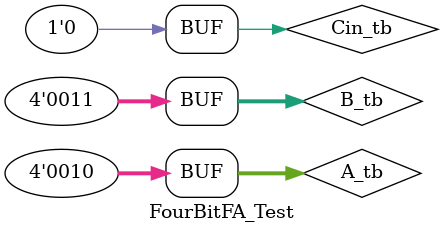
<source format=v>
`timescale 1ns / 1ps


module FourBitFA_Test();
    reg [3:0] A_tb = 0;
    reg [3:0] B_tb = 0;
    reg Cin_tb = 0;
    wire [3:0] Sum_tb;
    wire Cout_tb;
    
    FourBitFA instant  
        (
         .A(A_tb), 
         .B(B_tb), 
         .Cin(Cin_tb), 
         .Sum(Sum_tb), 
         .Cout(Cout_tb)
        );

    initial 
        begin        
            A_tb     = 4'b0110;
            B_tb     = 4'b0100;
            Cin_tb   = 4'b0;
            #20;
            
            A_tb     = 4'b1000;
            B_tb     = 4'b1001;
            Cin_tb   = 4'b1;
            #20;
            
            A_tb     = 4'd1110;
            B_tb     = 4'd0010;
            Cin_tb   = 4'b0;
            #20;
            
            A_tb     = 4'd1010;
            B_tb     = 4'd1011;
            Cin_tb   = 4'b0;
            #20;
        
   end
endmodule


</source>
